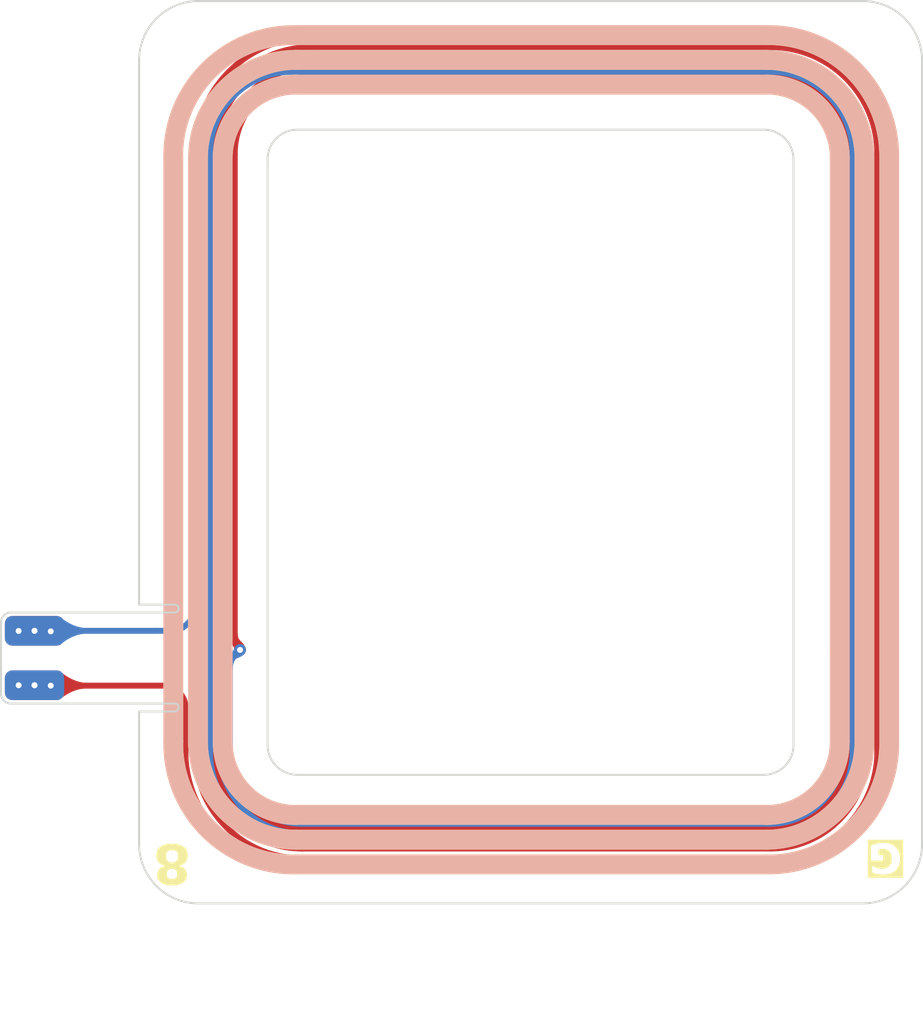
<source format=kicad_pcb>
(kicad_pcb (version 20240108) (generator "pcbnew") (generator_version "8.0")
  (layers (0 "F.Cu" signal) (31 "B.Cu" signal) (34 "B.Paste" user) (35 "F.Paste" user) (36 "B.SilkS" user "B.Silkscreen") (37 "F.SilkS" user "F.Silkscreen") (38 "B.Mask" user) (39 "F.Mask" user) (44 "Edge.Cuts" user))
  (net 0 "")
  (footprint "" (layer "F.Cu") (at 106.672 81.05 180)
    (property "Reference" "" (at 0 0 180) (layer "F.SilkS") (effects (font (size 1.27 1.27))))
    (property "Value" "" (at 0 0 180) (layer "F.SilkS") (effects (font (size 1.27 1.27))))
    (pad "1" thru_hole roundrect (at 0 0 180) (size 3 1.5) (drill 0.3) (layers "*.Cu" "*.Mask"))
  )
  (footprint "" (layer "F.Cu") (at 106.672 83.8 180)
    (property "Reference" "" (at 0 0 180) (layer "F.SilkS") (effects (font (size 1.27 1.27))))
    (property "Value" "" (at 0 0 180) (layer "F.SilkS") (effects (font (size 1.27 1.27))))
    (pad "1" thru_hole roundrect (at 0 0 180) (size 3 1.5) (drill 0.3) (layers "*.Cu" "*.Mask"))
  )
  (gr_arc (start 119.894942 92.854944) (mid 115.472146 91.072796) (end 113.689998 86.65) (stroke (width 1)) (layer "B.SilkS"))
  (gr_line (start 149.899886 57.15) (end 149.899886 86.65) (stroke (width 1)) (layer "B.SilkS"))
  (gr_arc (start 113.689998 57.154944) (mid 115.472123 52.732125) (end 119.894942 50.95) (stroke (width 1)) (layer "B.SilkS"))
  (gr_arc (start 143.694942 50.945056) (mid 148.117746 52.727196) (end 149.899886 57.15) (stroke (width 1)) (layer "B.SilkS"))
  (gr_line (start 114.939998 86.65) (end 114.939998 57.25) (stroke (width 1)) (layer "B.SilkS"))
  (gr_arc (start 119.894942 90.354944) (mid 117.27515 89.269792) (end 116.189998 86.65) (stroke (width 1)) (layer "B.SilkS"))
  (gr_line (start 113.689998 86.65) (end 113.689998 57.15) (stroke (width 1)) (layer "B.SilkS"))
  (gr_line (start 143.694942 92.854944) (end 119.894942 92.854944) (stroke (width 1)) (layer "B.SilkS"))
  (gr_line (start 143.694942 90.35) (end 119.894942 90.35) (stroke (width 1)) (layer "B.SilkS"))
  (gr_line (start 143.694942 91.604944) (end 119.894942 91.604944) (stroke (width 1)) (layer "B.SilkS"))
  (gr_line (start 147.399886 82.261953) (end 147.399886 57.15) (stroke (width 1)) (layer "B.SilkS"))
  (gr_line (start 119.894942 52.195056) (end 143.694942 52.195056) (stroke (width 1)) (layer "B.SilkS"))
  (gr_arc (start 116.189998 57.154944) (mid 117.275138 54.53514) (end 119.894942 53.45) (stroke (width 1)) (layer "B.SilkS"))
  (gr_arc (start 148.649886 86.65) (mid 147.198655 90.153713) (end 143.694942 91.604944) (stroke (width 1)) (layer "B.SilkS"))
  (gr_arc (start 149.899886 86.65) (mid 148.117818 91.072876) (end 143.694942 92.854944) (stroke (width 1)) (layer "B.SilkS"))
  (gr_line (start 148.649886 57.15) (end 148.649886 86.55) (stroke (width 1)) (layer "B.SilkS"))
  (gr_line (start 116.189998 57.15) (end 116.189998 86.65) (stroke (width 1)) (layer "B.SilkS"))
  (gr_line (start 119.894942 53.45) (end 143.694942 53.45) (stroke (width 1)) (layer "B.SilkS"))
  (gr_arc (start 143.694942 53.445056) (mid 146.314732 54.53021) (end 147.399886 57.15) (stroke (width 1)) (layer "B.SilkS"))
  (gr_line (start 147.399886 86.65) (end 147.399886 82.261953) (stroke (width 1)) (layer "B.SilkS"))
  (gr_arc (start 143.694942 52.195056) (mid 147.198617 53.646325) (end 148.649886 57.15) (stroke (width 1)) (layer "B.SilkS"))
  (gr_line (start 119.894942 50.945056) (end 143.694942 50.945056) (stroke (width 1)) (layer "B.SilkS"))
  (gr_arc (start 114.939998 57.154944) (mid 116.391254 53.651256) (end 119.894942 52.2) (stroke (width 1)) (layer "B.SilkS"))
  (gr_arc (start 147.399886 86.65) (mid 146.314771 89.269829) (end 143.694942 90.354944) (stroke (width 1)) (layer "B.SilkS"))
  (gr_arc (start 119.894942 91.604944) (mid 116.391267 90.153675) (end 114.939998 86.65) (stroke (width 1)) (layer "B.SilkS"))
  (gr_arc (start 143.694944 53.45) (mid 146.314754 54.535134) (end 147.399888 57.154944) (stroke (width 1)) (layer "F.SilkS"))
  (gr_arc (start 116.19 57.15) (mid 117.275142 54.530198) (end 119.894944 53.445056) (stroke (width 1)) (layer "F.SilkS"))
  (gr_arc (start 113.69 57.15) (mid 115.472152 52.727208) (end 119.894944 50.945056) (stroke (width 1)) (layer "F.SilkS"))
  (gr_arc (start 143.694944 50.95) (mid 148.117769 52.732119) (end 149.899888 57.154944) (stroke (width 1)) (layer "F.SilkS"))
  (gr_arc (start 147.399888 86.65) (mid 146.314724 89.26978) (end 143.694944 90.354944) (stroke (width 1)) (layer "F.SilkS"))
  (gr_line (start 148.649888 57.25) (end 148.649888 86.65) (stroke (width 1)) (layer "F.SilkS"))
  (gr_line (start 113.69 86.65) (end 113.69 57.15) (stroke (width 1)) (layer "F.SilkS"))
  (gr_arc (start 119.894944 90.354944) (mid 117.275131 89.269813) (end 116.19 86.65) (stroke (width 1)) (layer "F.SilkS"))
  (gr_line (start 149.899888 57.15) (end 149.899888 86.65) (stroke (width 1)) (layer "F.SilkS"))
  (gr_arc (start 143.694944 52.2) (mid 147.198638 53.65125) (end 148.649888 57.154944) (stroke (width 1)) (layer "F.SilkS"))
  (gr_line (start 119.894944 50.945056) (end 143.694944 50.945056) (stroke (width 1)) (layer "F.SilkS"))
  (gr_line (start 114.94 86.55) (end 114.94 57.15) (stroke (width 1)) (layer "F.SilkS"))
  (gr_line (start 116.19 82.261953) (end 116.19 86.65) (stroke (width 1)) (layer "F.SilkS"))
  (gr_arc (start 149.899888 86.65) (mid 148.117759 91.072815) (end 143.694944 92.854944) (stroke (width 1)) (layer "F.SilkS"))
  (gr_line (start 143.694944 92.854944) (end 119.894944 92.854944) (stroke (width 1)) (layer "F.SilkS"))
  (gr_line (start 116.19 57.15) (end 116.19 82.261953) (stroke (width 1)) (layer "F.SilkS"))
  (gr_arc (start 119.894944 91.604944) (mid 116.391248 90.153696) (end 114.94 86.65) (stroke (width 1)) (layer "F.SilkS"))
  (gr_line (start 143.694944 91.604944) (end 119.894944 91.604944) (stroke (width 1)) (layer "F.SilkS"))
  (gr_line (start 143.694944 90.35) (end 119.894944 90.35) (stroke (width 1)) (layer "F.SilkS"))
  (gr_line (start 119.894944 52.195056) (end 143.694944 52.195056) (stroke (width 1)) (layer "F.SilkS"))
  (gr_arc (start 148.649888 86.65) (mid 147.198607 90.153663) (end 143.694944 91.604944) (stroke (width 1)) (layer "F.SilkS"))
  (gr_line (start 119.894944 53.45) (end 143.694944 53.45) (stroke (width 1)) (layer "F.SilkS"))
  (gr_arc (start 114.94 57.15) (mid 116.391258 53.646314) (end 119.894944 52.195056) (stroke (width 1)) (layer "F.SilkS"))
  (gr_arc (start 119.894944 92.854944) (mid 115.472086 91.072858) (end 113.69 86.65) (stroke (width 1)) (layer "F.SilkS"))
  (gr_line (start 147.399888 86.65) (end 147.399888 57.15) (stroke (width 1)) (layer "F.SilkS"))
  (gr_line (start 111.960401 91.8252) (end 111.960401 85.1252) (stroke (width 0.1)) (layer "Edge.Cuts"))
  (gr_arc (start 111.960401 52.22522) (mid 112.839081 50.1039) (end 114.960401 49.2252) (stroke (width 0.1)) (layer "Edge.Cuts"))
  (gr_line (start 151.560401 52.235319) (end 151.560401 91.8252) (stroke (width 0.1)) (layer "Edge.Cuts"))
  (gr_line (start 104.975888 84.216935) (end 104.975888 80.62522) (stroke (width 0.1)) (layer "Edge.Cuts"))
  (gr_arc (start 148.5604 49.2252) (mid 150.685299 50.107462) (end 151.560401 52.235319) (stroke (width 0.1)) (layer "Edge.Cuts"))
  (gr_line (start 111.960401 85.1252) (end 113.7644 85.1252) (stroke (width 0.1)) (layer "Edge.Cuts"))
  (gr_line (start 113.7604 79.7252) (end 111.960401 79.7252) (stroke (width 0.1)) (layer "Edge.Cuts"))
  (gr_line (start 113.7604 84.7252) (end 105.4759 84.7252) (stroke (width 0.1)) (layer "Edge.Cuts"))
  (gr_arc (start 151.560401 91.8252) (mid 150.681721 93.946521) (end 148.5604 94.8252) (stroke (width 0.1)) (layer "Edge.Cuts"))
  (gr_arc (start 114.9604 94.8252) (mid 112.839087 93.946519) (end 111.960401 91.8252) (stroke (width 0.1)) (layer "Edge.Cuts"))
  (gr_line (start 145.060401 57.232769) (end 145.060401 86.82523) (stroke (width 0.1)) (layer "Edge.Cuts"))
  (gr_line (start 114.960401 49.2252) (end 148.5604 49.2252) (stroke (width 0.1)) (layer "Edge.Cuts"))
  (gr_line (start 111.960401 79.7252) (end 111.960401 52.22522) (stroke (width 0.1)) (layer "Edge.Cuts"))
  (gr_arc (start 118.460401 57.22522) (mid 118.899741 56.16456) (end 119.960401 55.7252) (stroke (width 0.1)) (layer "Edge.Cuts"))
  (gr_line (start 143.56043 88.3252) (end 119.9604 88.3252) (stroke (width 0.1)) (layer "Edge.Cuts"))
  (gr_line (start 118.460401 86.8252) (end 118.460401 57.22522) (stroke (width 0.1)) (layer "Edge.Cuts"))
  (gr_arc (start 113.7604 84.7252) (mid 113.96041 84.92322) (end 113.7644 85.1252) (stroke (width 0.1)) (layer "Edge.Cuts"))
  (gr_line (start 119.960401 55.7252) (end 143.5604 55.7252) (stroke (width 0.1)) (layer "Edge.Cuts"))
  (gr_line (start 105.4759 80.1252) (end 113.7644 80.1252) (stroke (width 0.1)) (layer "Edge.Cuts"))
  (gr_arc (start 119.9604 88.3252) (mid 118.899747 87.885859) (end 118.460401 86.8252) (stroke (width 0.1)) (layer "Edge.Cuts"))
  (gr_arc (start 104.975888 80.62522) (mid 105.122338 80.271658) (end 105.4759 80.125208) (stroke (width 0.1)) (layer "Edge.Cuts"))
  (gr_line (start 105.4759 80.125208) (end 105.4759 80.1252) (stroke (width 0.1)) (layer "Edge.Cuts"))
  (gr_arc (start 145.060401 86.82523) (mid 144.62107 87.88587) (end 143.56043 88.3252) (stroke (width 0.1)) (layer "Edge.Cuts"))
  (gr_arc (start 143.5604 55.7252) (mid 144.62374 56.167218) (end 145.060401 57.232769) (stroke (width 0.1)) (layer "Edge.Cuts"))
  (gr_line (start 148.5604 94.8252) (end 114.9604 94.8252) (stroke (width 0.1)) (layer "Edge.Cuts"))
  (gr_arc (start 113.7604 79.7252) (mid 113.96041 79.92322) (end 113.7644 80.1252) (stroke (width 0.1)) (layer "Edge.Cuts"))
  (gr_arc (start 105.4759 84.7252) (mid 105.119437 84.575795) (end 104.975888 84.216935) (stroke (width 0.1)) (layer "Edge.Cuts"))
  (gr_text "G" (at 150.55 91.55 180) (layer "F.SilkS" knockout) (effects (font (size 1.5 1.5) (thickness 0.2) (bold yes)) (justify left bottom)))
  (gr_text "8" (at 114.6 91.5 180) (layer "F.SilkS") (effects (font (size 2 2) (thickness 0.2) (bold yes)) (justify left bottom)))
  (segment (start 143.898059 92.55) (end 120.188705 92.55) (width 0.3) (layer "F.Cu") (net 0))
  (segment (start 117.067312 82.015312) (end 116.946446 81.894446) (width 0.3) (layer "F.Cu") (net 0))
  (segment (start 147.8 56.949857) (end 147.8 87.15173) (width 0.3) (layer "F.Cu") (net 0))
  (segment (start 120.68866 53.05) (end 143.900143 53.05) (width 0.3) (layer "F.Cu") (net 0))
  (segment (start 120.696432 51.05) (end 143.906292 51.05) (width 0.3) (layer "F.Cu") (net 0))
  (segment (start 106.692 83.82) (end 113.225386 83.82) (width 0.3) (layer "F.Cu") (net 0))
  (segment (start 120.699713 51.55) (end 143.906292 51.55) (width 0.3) (layer "F.Cu") (net 0))
  (segment (start 143.90173 91.05) (end 120.206618 91.05) (width 0.3) (layer "F.Cu") (net 0))
  (segment (start 143.898059 92.05) (end 120.197175 92.05) (width 0.3) (layer "F.Cu") (net 0))
  (segment (start 143.903012 93.05) (end 120.1928 93.05) (width 0.3) (layer "F.Cu") (net 0))
  (segment (start 116.3 87.143382) (end 116.3 56.958852) (width 0.3) (layer "F.Cu") (net 0))
  (segment (start 106.672 83.8) (end 106.692 83.82) (width 0.3) (layer "F.Cu") (net 0))
  (segment (start 149.3 56.943708) (end 149.3 87.148059) (width 0.3) (layer "F.Cu") (net 0))
  (segment (start 115.3 87.152825) (end 115.3 56.949713) (width 0.3) (layer "F.Cu") (net 0))
  (segment (start 114.8 87.161295) (end 114.8 56.946432) (width 0.3) (layer "F.Cu") (net 0))
  (segment (start 113.932493 84.112893) (end 114.011848 84.192248) (width 0.3) (layer "F.Cu") (net 0))
  (segment (start 149.8 56.943708) (end 149.8 87.153012) (width 0.3) (layer "F.Cu") (net 0))
  (segment (start 120.708852 52.55) (end 143.900143 52.55) (width 0.3) (layer "F.Cu") (net 0))
  (segment (start 115.8 87.143609) (end 115.8 56.946432) (width 0.3) (layer "F.Cu") (net 0))
  (segment (start 148.8 56.949857) (end 148.8 87.148059) (width 0.3) (layer "F.Cu") (net 0))
  (segment (start 120.696432 52.05) (end 143.900143 52.05) (width 0.3) (layer "F.Cu") (net 0))
  (segment (start 148.3 56.949857) (end 148.3 87.148059) (width 0.3) (layer "F.Cu") (net 0))
  (segment (start 116.8 81.540893) (end 116.8 56.93866) (width 0.3) (layer "F.Cu") (net 0))
  (segment (start 114.304741 84.899355) (end 114.304741 87.161941) (width 0.3) (layer "F.Cu") (net 0))
  (segment (start 143.898059 91.55) (end 120.206391 91.55) (width 0.3) (layer "F.Cu") (net 0))
  (via (at 107.4928 81.0768) (size 0.6) (drill 0.3) (layers "F.Cu" "B.Cu") (net 0))
  (via (at 107.4928 83.82) (size 0.6) (drill 0.3) (layers "F.Cu" "B.Cu") (net 0))
  (via (at 117.067312 82.015312) (size 0.6) (drill 0.3) (layers "F.Cu" "B.Cu") (net 0))
  (via (at 105.8672 83.8) (size 0.6) (drill 0.3) (layers "F.Cu" "B.Cu") (net 0))
  (via (at 106.672 83.8) (size 0.6) (drill 0.3) (layers "F.Cu" "B.Cu") (net 0))
  (via (at 106.672 81.05) (size 0.6) (drill 0.3) (layers "F.Cu" "B.Cu") (net 0))
  (via (at 105.8672 81.0568) (size 0.6) (drill 0.3) (layers "F.Cu" "B.Cu") (net 0))
  (arc (start 120.206391 91.55) (mid 117.090602 90.259398) (end 115.8 87.143609) (width 0.3) (layer "F.Cu") (net 0))
  (arc (start 116.3 56.958852) (mid 117.591323 53.841323) (end 120.708852 52.55) (width 0.3) (layer "F.Cu") (net 0))
  (arc (start 143.900143 53.05) (mid 146.657758 54.192242) (end 147.8 56.949857) (width 0.3) (layer "F.Cu") (net 0))
  (arc (start 114.8 56.946432) (mid 116.527025 52.777025) (end 120.696432 51.05) (width 0.3) (layer "F.Cu") (net 0))
  (arc (start 120.188705 92.55) (mid 116.378315 90.971685) (end 114.8 87.161295) (width 0.3) (layer "F.Cu") (net 0))
  (arc (start 149.3 87.148059) (mid 147.717808 90.967808) (end 143.898059 92.55) (width 0.3) (layer "F.Cu") (net 0))
  (arc (start 115.8 56.946432) (mid 117.234132 53.484132) (end 120.696432 52.05) (width 0.3) (layer "F.Cu") (net 0))
  (arc (start 114.304741 87.161941) (mid 116.029314 91.325427) (end 120.1928 93.05) (width 0.3) (layer "F.Cu") (net 0))
  (arc (start 120.206618 91.05) (mid 117.444222 89.905778) (end 116.3 87.143382) (width 0.3) (layer "F.Cu") (net 0))
  (arc (start 116.8 56.93866) (mid 117.938962 54.188962) (end 120.68866 53.05) (width 0.3) (layer "F.Cu") (net 0))
  (arc (start 143.906292 51.05) (mid 148.073773 52.776227) (end 149.8 56.943708) (width 0.3) (layer "F.Cu") (net 0))
  (arc (start 143.906292 51.55) (mid 147.72022 53.12978) (end 149.3 56.943708) (width 0.3) (layer "F.Cu") (net 0))
  (arc (start 143.900143 52.05) (mid 147.364865 53.485135) (end 148.8 56.949857) (width 0.3) (layer "F.Cu") (net 0))
  (arc (start 143.900143 52.55) (mid 147.011312 53.838688) (end 148.3 56.949857) (width 0.3) (layer "F.Cu") (net 0))
  (arc (start 148.8 87.148059) (mid 147.364255 90.614255) (end 143.898059 92.05) (width 0.3) (layer "F.Cu") (net 0))
  (arc (start 114.011848 84.192248) (mid 114.228621 84.516671) (end 114.304741 84.899355) (width 0.3) (layer "F.Cu") (net 0))
  (arc (start 149.8 87.153012) (mid 148.072812 91.322812) (end 143.903012 93.05) (width 0.3) (layer "F.Cu") (net 0))
  (arc (start 147.8 87.15173) (mid 146.658223 89.908223) (end 143.90173 91.05) (width 0.3) (layer "F.Cu") (net 0))
  (arc (start 113.225386 83.82) (mid 113.60807 83.89612) (end 113.932493 84.112893) (width 0.3) (layer "F.Cu") (net 0))
  (arc (start 120.197175 92.05) (mid 116.734349 90.615651) (end 115.3 87.152825) (width 0.3) (layer "F.Cu") (net 0))
  (arc (start 148.3 87.148059) (mid 147.010701 90.260701) (end 143.898059 91.55) (width 0.3) (layer "F.Cu") (net 0))
  (arc (start 116.946446 81.894446) (mid 116.83806 81.732234) (end 116.8 81.540893) (width 0.3) (layer "F.Cu") (net 0))
  (arc (start 115.3 56.949713) (mid 116.881539 53.131539) (end 120.699713 51.55) (width 0.3) (layer "F.Cu") (net 0))
  (segment (start 115.05 56.953148) (end 115.05 79.217573) (width 0.3) (layer "B.Cu") (net 0))
  (segment (start 115.55 56.943487) (end 115.55 87.165096) (width 0.3) (layer "B.Cu") (net 0))
  (segment (start 120.201923 90.8) (end 143.895097 90.8) (width 0.3) (layer "B.Cu") (net 0))
  (segment (start 113.727457 81.048106) (end 112.828694 81.048106) (width 0.3) (layer "B.Cu") (net 0))
  (segment (start 112.8268 81.05) (end 106.672 81.05) (width 0.3) (layer "B.Cu") (net 0))
  (segment (start 148.55 87.158633) (end 148.55 56.951291) (width 0.3) (layer "B.Cu") (net 0))
  (segment (start 143.898709 52.8) (end 119.693487 52.8) (width 0.3) (layer "B.Cu") (net 0))
  (segment (start 117.067312 82.015312) (end 116.774691 82.307933) (width 0.3) (layer "B.Cu") (net 0))
  (segment (start 107.521494 81.048106) (end 107.4928 81.0768) (width 0.3) (layer "B.Cu") (net 0))
  (segment (start 148.05 87.151865) (end 148.05 56.951291) (width 0.3) (layer "B.Cu") (net 0))
  (segment (start 147.55 87.145097) (end 147.55 56.961147) (width 0.3) (layer "B.Cu") (net 0))
  (segment (start 114.555501 80.537864) (end 114.336258 80.757107) (width 0.3) (layer "B.Cu") (net 0))
  (segment (start 143.888853 53.3) (end 119.693487 53.3) (width 0.3) (layer "B.Cu") (net 0))
  (segment (start 143.898709 52.3) (end 119.703148 52.3) (width 0.3) (layer "B.Cu") (net 0))
  (segment (start 120.202529 91.3) (end 143.901865 91.3) (width 0.3) (layer "B.Cu") (net 0))
  (segment (start 120.184904 91.8) (end 143.908633 91.8) (width 0.3) (layer "B.Cu") (net 0))
  (segment (start 112.828694 81.048106) (end 112.8268 81.05) (width 0.3) (layer "B.Cu") (net 0))
  (segment (start 116.05 56.943487) (end 116.05 87.147471) (width 0.3) (layer "B.Cu") (net 0))
  (segment (start 116.55 82.944214) (end 116.55 87.148077) (width 0.3) (layer "B.Cu") (net 0))
  (arc (start 143.895097 90.8) (mid 146.479504 89.729504) (end 147.55 87.145097) (width 0.3) (layer "B.Cu") (net 0))
  (arc (start 114.336258 80.757107) (mid 114.056703 80.953976) (end 113.727457 81.048106) (width 0.3) (layer "B.Cu") (net 0))
  (arc (start 143.901865 91.3) (mid 146.835039 90.085039) (end 148.05 87.151865) (width 0.3) (layer "B.Cu") (net 0))
  (arc (start 119.703148 52.3) (mid 116.412875 53.662875) (end 115.05 56.953148) (width 0.3) (layer "B.Cu") (net 0))
  (arc (start 119.693487 53.3) (mid 117.117153 54.367153) (end 116.05 56.943487) (width 0.3) (layer "B.Cu") (net 0))
  (arc (start 116.05 87.147471) (mid 117.266248 90.083752) (end 120.202529 91.3) (width 0.3) (layer "B.Cu") (net 0))
  (arc (start 116.55 87.148077) (mid 117.619623 89.730377) (end 120.201923 90.8) (width 0.3) (layer "B.Cu") (net 0))
  (arc (start 115.05 79.217573) (mid 114.92182 79.922079) (end 114.555501 80.537864) (width 0.3) (layer "B.Cu") (net 0))
  (arc (start 119.693487 52.8) (mid 116.763599 54.013599) (end 115.55 56.943487) (width 0.3) (layer "B.Cu") (net 0))
  (arc (start 115.55 87.165096) (mid 116.907532 90.442468) (end 120.184904 91.8) (width 0.3) (layer "B.Cu") (net 0))
  (arc (start 143.908633 91.8) (mid 147.190575 90.440575) (end 148.55 87.158633) (width 0.3) (layer "B.Cu") (net 0))
  (arc (start 116.774691 82.307933) (mid 116.608452 82.607321) (end 116.55 82.944214) (width 0.3) (layer "B.Cu") (net 0))
  (arc (start 148.55 56.951291) (mid 147.187668 53.662332) (end 143.898709 52.3) (width 0.3) (layer "B.Cu") (net 0))
  (arc (start 147.55 56.961147) (mid 146.477675 54.372325) (end 143.888853 53.3) (width 0.3) (layer "B.Cu") (net 0))
  (arc (start 148.05 56.951291) (mid 146.834115 54.015885) (end 143.898709 52.8) (width 0.3) (layer "B.Cu") (net 0))
)
</source>
